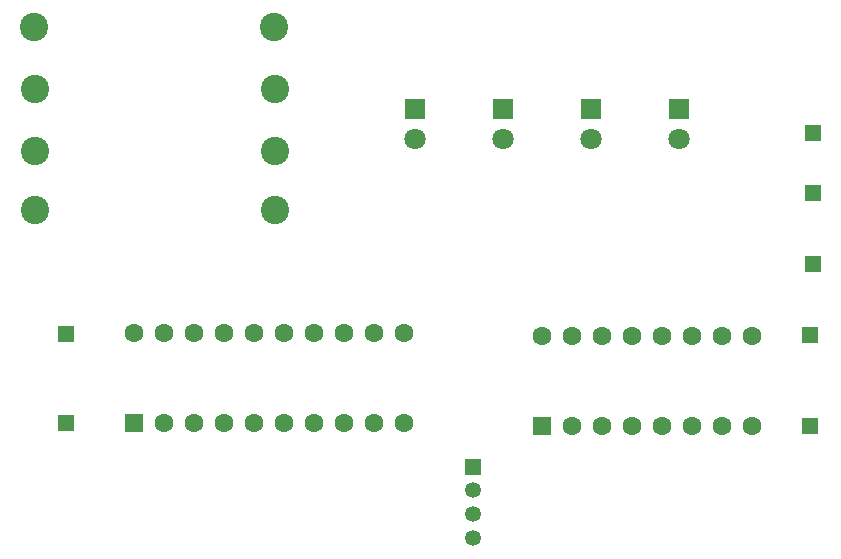
<source format=gbs>
%TF.GenerationSoftware,KiCad,Pcbnew,9.0.3-9.0.3-0~ubuntu22.04.1*%
%TF.CreationDate,2025-07-10T12:20:13+05:30*%
%TF.ProjectId,ProgramCounter,50726f67-7261-46d4-936f-756e7465722e,rev?*%
%TF.SameCoordinates,Original*%
%TF.FileFunction,Soldermask,Bot*%
%TF.FilePolarity,Negative*%
%FSLAX46Y46*%
G04 Gerber Fmt 4.6, Leading zero omitted, Abs format (unit mm)*
G04 Created by KiCad (PCBNEW 9.0.3-9.0.3-0~ubuntu22.04.1) date 2025-07-10 12:20:13*
%MOMM*%
%LPD*%
G01*
G04 APERTURE LIST*
G04 Aperture macros list*
%AMRoundRect*
0 Rectangle with rounded corners*
0 $1 Rounding radius*
0 $2 $3 $4 $5 $6 $7 $8 $9 X,Y pos of 4 corners*
0 Add a 4 corners polygon primitive as box body*
4,1,4,$2,$3,$4,$5,$6,$7,$8,$9,$2,$3,0*
0 Add four circle primitives for the rounded corners*
1,1,$1+$1,$2,$3*
1,1,$1+$1,$4,$5*
1,1,$1+$1,$6,$7*
1,1,$1+$1,$8,$9*
0 Add four rect primitives between the rounded corners*
20,1,$1+$1,$2,$3,$4,$5,0*
20,1,$1+$1,$4,$5,$6,$7,0*
20,1,$1+$1,$6,$7,$8,$9,0*
20,1,$1+$1,$8,$9,$2,$3,0*%
G04 Aperture macros list end*
%ADD10C,2.400000*%
%ADD11RoundRect,0.250000X0.550000X-0.550000X0.550000X0.550000X-0.550000X0.550000X-0.550000X-0.550000X0*%
%ADD12C,1.600000*%
%ADD13R,1.800000X1.800000*%
%ADD14C,1.800000*%
%ADD15R,1.350000X1.350000*%
%ADD16C,1.350000*%
G04 APERTURE END LIST*
D10*
%TO.C,R1*%
X33430000Y-53000000D03*
X53750000Y-53000000D03*
%TD*%
D11*
%TO.C,U1*%
X41760000Y-71000000D03*
D12*
X44300000Y-71000000D03*
X46840000Y-71000000D03*
X49380000Y-71000000D03*
X51920000Y-71000000D03*
X54460000Y-71000000D03*
X57000000Y-71000000D03*
X59540000Y-71000000D03*
X62080000Y-71000000D03*
X64620000Y-71000000D03*
X64620000Y-63380000D03*
X62080000Y-63380000D03*
X59540000Y-63380000D03*
X57000000Y-63380000D03*
X54460000Y-63380000D03*
X51920000Y-63380000D03*
X49380000Y-63380000D03*
X46840000Y-63380000D03*
X44300000Y-63380000D03*
X41760000Y-63380000D03*
%TD*%
D11*
%TO.C,U2*%
X76360000Y-71305000D03*
D12*
X78900000Y-71305000D03*
X81440000Y-71305000D03*
X83980000Y-71305000D03*
X86520000Y-71305000D03*
X89060000Y-71305000D03*
X91600000Y-71305000D03*
X94140000Y-71305000D03*
X94140000Y-63685000D03*
X91600000Y-63685000D03*
X89060000Y-63685000D03*
X86520000Y-63685000D03*
X83980000Y-63685000D03*
X81440000Y-63685000D03*
X78900000Y-63685000D03*
X76360000Y-63685000D03*
%TD*%
D13*
%TO.C,D3*%
X80500000Y-44475000D03*
D14*
X80500000Y-47015000D03*
%TD*%
D15*
%TO.C,~{CO}1*%
X99250000Y-46500000D03*
%TD*%
%TO.C,GND1*%
X36000000Y-71000000D03*
%TD*%
%TO.C,~{CLR}1*%
X99270000Y-51555000D03*
%TD*%
%TO.C,CLK1*%
X99270000Y-57555000D03*
%TD*%
D13*
%TO.C,D2*%
X73030000Y-44475000D03*
D14*
X73030000Y-47015000D03*
%TD*%
D13*
%TO.C,D4*%
X87970000Y-44475000D03*
D14*
X87970000Y-47015000D03*
%TD*%
D10*
%TO.C,R2*%
X33430000Y-48000000D03*
X53750000Y-48000000D03*
%TD*%
D15*
%TO.C,~{J}1*%
X99020000Y-63555000D03*
%TD*%
%TO.C,VCC1*%
X36000000Y-63500000D03*
%TD*%
D13*
%TO.C,D1*%
X65560000Y-44475000D03*
D14*
X65560000Y-47015000D03*
%TD*%
D15*
%TO.C,CE1*%
X99020000Y-71305000D03*
%TD*%
D10*
%TO.C,R4*%
X33340000Y-37500000D03*
X53660000Y-37500000D03*
%TD*%
D15*
%TO.C,BUS1*%
X70500000Y-74750000D03*
D16*
X70500000Y-76750000D03*
X70500000Y-78750000D03*
X70500000Y-80750000D03*
%TD*%
D10*
%TO.C,R3*%
X33430000Y-42750000D03*
X53750000Y-42750000D03*
%TD*%
M02*

</source>
